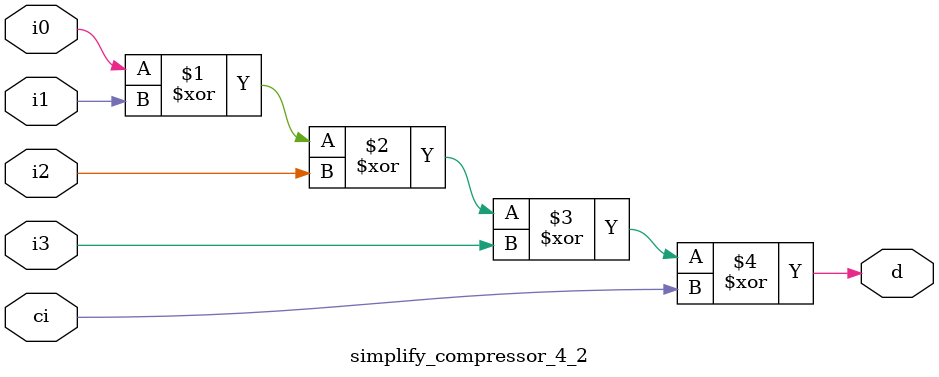
<source format=v>
`timescale 1ns / 1ps
module simplify_compressor_4_2(
		input wire i0	,
		input wire i1	,
		input wire i2	,
		input wire i3	,
		input wire ci	,
		
		output wire d
    );
		assign d = i0 ^ i1 ^ i2 ^ i3 ^ ci;
endmodule
	

</source>
